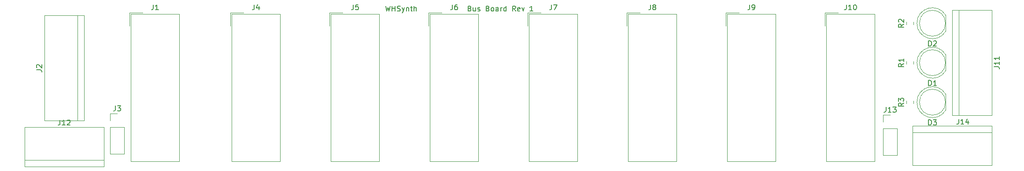
<source format=gbr>
G04 #@! TF.GenerationSoftware,KiCad,Pcbnew,(5.1.2-1)-1*
G04 #@! TF.CreationDate,2019-08-21T10:52:07-07:00*
G04 #@! TF.ProjectId,ER_Bus_Board,45525f42-7573-45f4-926f-6172642e6b69,rev?*
G04 #@! TF.SameCoordinates,Original*
G04 #@! TF.FileFunction,Legend,Top*
G04 #@! TF.FilePolarity,Positive*
%FSLAX46Y46*%
G04 Gerber Fmt 4.6, Leading zero omitted, Abs format (unit mm)*
G04 Created by KiCad (PCBNEW (5.1.2-1)-1) date 2019-08-21 10:52:07*
%MOMM*%
%LPD*%
G04 APERTURE LIST*
%ADD10C,0.150000*%
%ADD11C,0.120000*%
G04 APERTURE END LIST*
D10*
X150670000Y-64222380D02*
X150908095Y-65222380D01*
X151098571Y-64508095D01*
X151289047Y-65222380D01*
X151527142Y-64222380D01*
X151908095Y-65222380D02*
X151908095Y-64222380D01*
X151908095Y-64698571D02*
X152479523Y-64698571D01*
X152479523Y-65222380D02*
X152479523Y-64222380D01*
X152908095Y-65174761D02*
X153050952Y-65222380D01*
X153289047Y-65222380D01*
X153384285Y-65174761D01*
X153431904Y-65127142D01*
X153479523Y-65031904D01*
X153479523Y-64936666D01*
X153431904Y-64841428D01*
X153384285Y-64793809D01*
X153289047Y-64746190D01*
X153098571Y-64698571D01*
X153003333Y-64650952D01*
X152955714Y-64603333D01*
X152908095Y-64508095D01*
X152908095Y-64412857D01*
X152955714Y-64317619D01*
X153003333Y-64270000D01*
X153098571Y-64222380D01*
X153336666Y-64222380D01*
X153479523Y-64270000D01*
X153812857Y-64555714D02*
X154050952Y-65222380D01*
X154289047Y-64555714D02*
X154050952Y-65222380D01*
X153955714Y-65460476D01*
X153908095Y-65508095D01*
X153812857Y-65555714D01*
X154670000Y-64555714D02*
X154670000Y-65222380D01*
X154670000Y-64650952D02*
X154717619Y-64603333D01*
X154812857Y-64555714D01*
X154955714Y-64555714D01*
X155050952Y-64603333D01*
X155098571Y-64698571D01*
X155098571Y-65222380D01*
X155431904Y-64555714D02*
X155812857Y-64555714D01*
X155574761Y-64222380D02*
X155574761Y-65079523D01*
X155622380Y-65174761D01*
X155717619Y-65222380D01*
X155812857Y-65222380D01*
X156146190Y-65222380D02*
X156146190Y-64222380D01*
X156574761Y-65222380D02*
X156574761Y-64698571D01*
X156527142Y-64603333D01*
X156431904Y-64555714D01*
X156289047Y-64555714D01*
X156193809Y-64603333D01*
X156146190Y-64650952D01*
X166839047Y-64698571D02*
X166981904Y-64746190D01*
X167029523Y-64793809D01*
X167077142Y-64889047D01*
X167077142Y-65031904D01*
X167029523Y-65127142D01*
X166981904Y-65174761D01*
X166886666Y-65222380D01*
X166505714Y-65222380D01*
X166505714Y-64222380D01*
X166839047Y-64222380D01*
X166934285Y-64270000D01*
X166981904Y-64317619D01*
X167029523Y-64412857D01*
X167029523Y-64508095D01*
X166981904Y-64603333D01*
X166934285Y-64650952D01*
X166839047Y-64698571D01*
X166505714Y-64698571D01*
X167934285Y-64555714D02*
X167934285Y-65222380D01*
X167505714Y-64555714D02*
X167505714Y-65079523D01*
X167553333Y-65174761D01*
X167648571Y-65222380D01*
X167791428Y-65222380D01*
X167886666Y-65174761D01*
X167934285Y-65127142D01*
X168362857Y-65174761D02*
X168458095Y-65222380D01*
X168648571Y-65222380D01*
X168743809Y-65174761D01*
X168791428Y-65079523D01*
X168791428Y-65031904D01*
X168743809Y-64936666D01*
X168648571Y-64889047D01*
X168505714Y-64889047D01*
X168410476Y-64841428D01*
X168362857Y-64746190D01*
X168362857Y-64698571D01*
X168410476Y-64603333D01*
X168505714Y-64555714D01*
X168648571Y-64555714D01*
X168743809Y-64603333D01*
X170315238Y-64698571D02*
X170458095Y-64746190D01*
X170505714Y-64793809D01*
X170553333Y-64889047D01*
X170553333Y-65031904D01*
X170505714Y-65127142D01*
X170458095Y-65174761D01*
X170362857Y-65222380D01*
X169981904Y-65222380D01*
X169981904Y-64222380D01*
X170315238Y-64222380D01*
X170410476Y-64270000D01*
X170458095Y-64317619D01*
X170505714Y-64412857D01*
X170505714Y-64508095D01*
X170458095Y-64603333D01*
X170410476Y-64650952D01*
X170315238Y-64698571D01*
X169981904Y-64698571D01*
X171124761Y-65222380D02*
X171029523Y-65174761D01*
X170981904Y-65127142D01*
X170934285Y-65031904D01*
X170934285Y-64746190D01*
X170981904Y-64650952D01*
X171029523Y-64603333D01*
X171124761Y-64555714D01*
X171267619Y-64555714D01*
X171362857Y-64603333D01*
X171410476Y-64650952D01*
X171458095Y-64746190D01*
X171458095Y-65031904D01*
X171410476Y-65127142D01*
X171362857Y-65174761D01*
X171267619Y-65222380D01*
X171124761Y-65222380D01*
X172315238Y-65222380D02*
X172315238Y-64698571D01*
X172267619Y-64603333D01*
X172172380Y-64555714D01*
X171981904Y-64555714D01*
X171886666Y-64603333D01*
X172315238Y-65174761D02*
X172220000Y-65222380D01*
X171981904Y-65222380D01*
X171886666Y-65174761D01*
X171839047Y-65079523D01*
X171839047Y-64984285D01*
X171886666Y-64889047D01*
X171981904Y-64841428D01*
X172220000Y-64841428D01*
X172315238Y-64793809D01*
X172791428Y-65222380D02*
X172791428Y-64555714D01*
X172791428Y-64746190D02*
X172839047Y-64650952D01*
X172886666Y-64603333D01*
X172981904Y-64555714D01*
X173077142Y-64555714D01*
X173839047Y-65222380D02*
X173839047Y-64222380D01*
X173839047Y-65174761D02*
X173743809Y-65222380D01*
X173553333Y-65222380D01*
X173458095Y-65174761D01*
X173410476Y-65127142D01*
X173362857Y-65031904D01*
X173362857Y-64746190D01*
X173410476Y-64650952D01*
X173458095Y-64603333D01*
X173553333Y-64555714D01*
X173743809Y-64555714D01*
X173839047Y-64603333D01*
X175648571Y-65222380D02*
X175315238Y-64746190D01*
X175077142Y-65222380D02*
X175077142Y-64222380D01*
X175458095Y-64222380D01*
X175553333Y-64270000D01*
X175600952Y-64317619D01*
X175648571Y-64412857D01*
X175648571Y-64555714D01*
X175600952Y-64650952D01*
X175553333Y-64698571D01*
X175458095Y-64746190D01*
X175077142Y-64746190D01*
X176458095Y-65174761D02*
X176362857Y-65222380D01*
X176172380Y-65222380D01*
X176077142Y-65174761D01*
X176029523Y-65079523D01*
X176029523Y-64698571D01*
X176077142Y-64603333D01*
X176172380Y-64555714D01*
X176362857Y-64555714D01*
X176458095Y-64603333D01*
X176505714Y-64698571D01*
X176505714Y-64793809D01*
X176029523Y-64889047D01*
X176839047Y-64555714D02*
X177077142Y-65222380D01*
X177315238Y-64555714D01*
X178981904Y-65222380D02*
X178410476Y-65222380D01*
X178696190Y-65222380D02*
X178696190Y-64222380D01*
X178600952Y-64365238D01*
X178505714Y-64460476D01*
X178410476Y-64508095D01*
D11*
X252788000Y-75183538D02*
G75*
G03X258338000Y-76728830I2990000J-462D01*
G01*
X252788000Y-75184462D02*
G75*
G02X258338000Y-73639170I2990000J462D01*
G01*
X258278000Y-75184000D02*
G75*
G03X258278000Y-75184000I-2500000J0D01*
G01*
X258338000Y-76729000D02*
X258338000Y-73639000D01*
X252788000Y-67563538D02*
G75*
G03X258338000Y-69108830I2990000J-462D01*
G01*
X252788000Y-67564462D02*
G75*
G02X258338000Y-66019170I2990000J462D01*
G01*
X258278000Y-67564000D02*
G75*
G03X258278000Y-67564000I-2500000J0D01*
G01*
X258338000Y-69109000D02*
X258338000Y-66019000D01*
X258338000Y-84349000D02*
X258338000Y-81259000D01*
X258278000Y-82804000D02*
G75*
G03X258278000Y-82804000I-2500000J0D01*
G01*
X252788000Y-82804462D02*
G75*
G02X258338000Y-81259170I2990000J462D01*
G01*
X252788000Y-82803538D02*
G75*
G03X258338000Y-84348830I2990000J-462D01*
G01*
X101406001Y-65520000D02*
X103946001Y-65520000D01*
X101406001Y-65520000D02*
X101406001Y-68060000D01*
X101656001Y-65770000D02*
X111006001Y-65770000D01*
X101656001Y-94250000D02*
X101656001Y-65770000D01*
X111006001Y-94250000D02*
X101656001Y-94250000D01*
X111006001Y-65770000D02*
X111006001Y-94250000D01*
X92710000Y-86360000D02*
X92710000Y-66040000D01*
X85090000Y-86360000D02*
X85090000Y-66040000D01*
X91440000Y-66040000D02*
X91440000Y-86360000D01*
X92710000Y-66040000D02*
X85090000Y-66040000D01*
X85090000Y-86360000D02*
X92710000Y-86360000D01*
X97730000Y-85030000D02*
X99060000Y-85030000D01*
X97730000Y-86360000D02*
X97730000Y-85030000D01*
X97730000Y-87630000D02*
X100390000Y-87630000D01*
X100390000Y-87630000D02*
X100390000Y-92770000D01*
X97730000Y-87630000D02*
X97730000Y-92770000D01*
X97730000Y-92770000D02*
X100390000Y-92770000D01*
X130405000Y-65770000D02*
X130405000Y-94250000D01*
X130405000Y-94250000D02*
X121055000Y-94250000D01*
X121055000Y-94250000D02*
X121055000Y-65770000D01*
X121055000Y-65770000D02*
X130405000Y-65770000D01*
X120805000Y-65520000D02*
X120805000Y-68060000D01*
X120805000Y-65520000D02*
X123345000Y-65520000D01*
X139855000Y-65520000D02*
X142395000Y-65520000D01*
X139855000Y-65520000D02*
X139855000Y-68060000D01*
X140105000Y-65770000D02*
X149455000Y-65770000D01*
X140105000Y-94250000D02*
X140105000Y-65770000D01*
X149455000Y-94250000D02*
X140105000Y-94250000D01*
X149455000Y-65770000D02*
X149455000Y-94250000D01*
X168505000Y-65770000D02*
X168505000Y-94250000D01*
X168505000Y-94250000D02*
X159155000Y-94250000D01*
X159155000Y-94250000D02*
X159155000Y-65770000D01*
X159155000Y-65770000D02*
X168505000Y-65770000D01*
X158905000Y-65520000D02*
X158905000Y-68060000D01*
X158905000Y-65520000D02*
X161445000Y-65520000D01*
X177955000Y-65520000D02*
X180495000Y-65520000D01*
X177955000Y-65520000D02*
X177955000Y-68060000D01*
X178205000Y-65770000D02*
X187555000Y-65770000D01*
X178205000Y-94250000D02*
X178205000Y-65770000D01*
X187555000Y-94250000D02*
X178205000Y-94250000D01*
X187555000Y-65770000D02*
X187555000Y-94250000D01*
X206605000Y-65770000D02*
X206605000Y-94250000D01*
X206605000Y-94250000D02*
X197255000Y-94250000D01*
X197255000Y-94250000D02*
X197255000Y-65770000D01*
X197255000Y-65770000D02*
X206605000Y-65770000D01*
X197005000Y-65520000D02*
X197005000Y-68060000D01*
X197005000Y-65520000D02*
X199545000Y-65520000D01*
X216055000Y-65520000D02*
X218595000Y-65520000D01*
X216055000Y-65520000D02*
X216055000Y-68060000D01*
X216305000Y-65770000D02*
X225655000Y-65770000D01*
X216305000Y-94250000D02*
X216305000Y-65770000D01*
X225655000Y-94250000D02*
X216305000Y-94250000D01*
X225655000Y-65770000D02*
X225655000Y-94250000D01*
X244705000Y-65770000D02*
X244705000Y-94250000D01*
X244705000Y-94250000D02*
X235355000Y-94250000D01*
X235355000Y-94250000D02*
X235355000Y-65770000D01*
X235355000Y-65770000D02*
X244705000Y-65770000D01*
X235105000Y-65520000D02*
X235105000Y-68060000D01*
X235105000Y-65520000D02*
X237645000Y-65520000D01*
X267208000Y-65024000D02*
X259588000Y-65024000D01*
X259588000Y-85344000D02*
X267208000Y-85344000D01*
X260858000Y-85344000D02*
X260858000Y-65024000D01*
X267208000Y-65024000D02*
X267208000Y-85344000D01*
X259588000Y-65024000D02*
X259588000Y-85344000D01*
X81280000Y-95250000D02*
X96520000Y-95250000D01*
X81280000Y-87630000D02*
X96520000Y-87630000D01*
X81280000Y-93980000D02*
X96520000Y-93980000D01*
X96520000Y-95250000D02*
X96520000Y-87630000D01*
X81280000Y-95250000D02*
X81280000Y-87630000D01*
X246320000Y-93024000D02*
X248980000Y-93024000D01*
X246320000Y-87884000D02*
X246320000Y-93024000D01*
X248980000Y-87884000D02*
X248980000Y-93024000D01*
X246320000Y-87884000D02*
X248980000Y-87884000D01*
X246320000Y-86614000D02*
X246320000Y-85284000D01*
X246320000Y-85284000D02*
X247650000Y-85284000D01*
X267208000Y-87376000D02*
X267208000Y-94996000D01*
X251968000Y-87376000D02*
X251968000Y-94996000D01*
X267208000Y-88646000D02*
X251968000Y-88646000D01*
X267208000Y-94996000D02*
X251968000Y-94996000D01*
X267208000Y-87376000D02*
X251968000Y-87376000D01*
X252170000Y-75442578D02*
X252170000Y-74925422D01*
X250750000Y-75442578D02*
X250750000Y-74925422D01*
X250750000Y-67822578D02*
X250750000Y-67305422D01*
X252170000Y-67822578D02*
X252170000Y-67305422D01*
X250750000Y-83062578D02*
X250750000Y-82545422D01*
X252170000Y-83062578D02*
X252170000Y-82545422D01*
D10*
X255039904Y-79596380D02*
X255039904Y-78596380D01*
X255278000Y-78596380D01*
X255420857Y-78644000D01*
X255516095Y-78739238D01*
X255563714Y-78834476D01*
X255611333Y-79024952D01*
X255611333Y-79167809D01*
X255563714Y-79358285D01*
X255516095Y-79453523D01*
X255420857Y-79548761D01*
X255278000Y-79596380D01*
X255039904Y-79596380D01*
X256563714Y-79596380D02*
X255992285Y-79596380D01*
X256278000Y-79596380D02*
X256278000Y-78596380D01*
X256182761Y-78739238D01*
X256087523Y-78834476D01*
X255992285Y-78882095D01*
X255039904Y-71976380D02*
X255039904Y-70976380D01*
X255278000Y-70976380D01*
X255420857Y-71024000D01*
X255516095Y-71119238D01*
X255563714Y-71214476D01*
X255611333Y-71404952D01*
X255611333Y-71547809D01*
X255563714Y-71738285D01*
X255516095Y-71833523D01*
X255420857Y-71928761D01*
X255278000Y-71976380D01*
X255039904Y-71976380D01*
X255992285Y-71071619D02*
X256039904Y-71024000D01*
X256135142Y-70976380D01*
X256373238Y-70976380D01*
X256468476Y-71024000D01*
X256516095Y-71071619D01*
X256563714Y-71166857D01*
X256563714Y-71262095D01*
X256516095Y-71404952D01*
X255944666Y-71976380D01*
X256563714Y-71976380D01*
X255039904Y-87216380D02*
X255039904Y-86216380D01*
X255278000Y-86216380D01*
X255420857Y-86264000D01*
X255516095Y-86359238D01*
X255563714Y-86454476D01*
X255611333Y-86644952D01*
X255611333Y-86787809D01*
X255563714Y-86978285D01*
X255516095Y-87073523D01*
X255420857Y-87168761D01*
X255278000Y-87216380D01*
X255039904Y-87216380D01*
X255944666Y-86216380D02*
X256563714Y-86216380D01*
X256230380Y-86597333D01*
X256373238Y-86597333D01*
X256468476Y-86644952D01*
X256516095Y-86692571D01*
X256563714Y-86787809D01*
X256563714Y-87025904D01*
X256516095Y-87121142D01*
X256468476Y-87168761D01*
X256373238Y-87216380D01*
X256087523Y-87216380D01*
X255992285Y-87168761D01*
X255944666Y-87121142D01*
X105997667Y-63968380D02*
X105997667Y-64682666D01*
X105950048Y-64825523D01*
X105854810Y-64920761D01*
X105711953Y-64968380D01*
X105616715Y-64968380D01*
X106997667Y-64968380D02*
X106426239Y-64968380D01*
X106711953Y-64968380D02*
X106711953Y-63968380D01*
X106616715Y-64111238D01*
X106521477Y-64206476D01*
X106426239Y-64254095D01*
X83552380Y-76553333D02*
X84266666Y-76553333D01*
X84409523Y-76600952D01*
X84504761Y-76696190D01*
X84552380Y-76839047D01*
X84552380Y-76934285D01*
X83647619Y-76124761D02*
X83600000Y-76077142D01*
X83552380Y-75981904D01*
X83552380Y-75743809D01*
X83600000Y-75648571D01*
X83647619Y-75600952D01*
X83742857Y-75553333D01*
X83838095Y-75553333D01*
X83980952Y-75600952D01*
X84552380Y-76172380D01*
X84552380Y-75553333D01*
X98726666Y-83482380D02*
X98726666Y-84196666D01*
X98679047Y-84339523D01*
X98583809Y-84434761D01*
X98440952Y-84482380D01*
X98345714Y-84482380D01*
X99107619Y-83482380D02*
X99726666Y-83482380D01*
X99393333Y-83863333D01*
X99536190Y-83863333D01*
X99631428Y-83910952D01*
X99679047Y-83958571D01*
X99726666Y-84053809D01*
X99726666Y-84291904D01*
X99679047Y-84387142D01*
X99631428Y-84434761D01*
X99536190Y-84482380D01*
X99250476Y-84482380D01*
X99155238Y-84434761D01*
X99107619Y-84387142D01*
X125396666Y-63968380D02*
X125396666Y-64682666D01*
X125349047Y-64825523D01*
X125253809Y-64920761D01*
X125110952Y-64968380D01*
X125015714Y-64968380D01*
X126301428Y-64301714D02*
X126301428Y-64968380D01*
X126063333Y-63920761D02*
X125825238Y-64635047D01*
X126444285Y-64635047D01*
X144446666Y-63968380D02*
X144446666Y-64682666D01*
X144399047Y-64825523D01*
X144303809Y-64920761D01*
X144160952Y-64968380D01*
X144065714Y-64968380D01*
X145399047Y-63968380D02*
X144922857Y-63968380D01*
X144875238Y-64444571D01*
X144922857Y-64396952D01*
X145018095Y-64349333D01*
X145256190Y-64349333D01*
X145351428Y-64396952D01*
X145399047Y-64444571D01*
X145446666Y-64539809D01*
X145446666Y-64777904D01*
X145399047Y-64873142D01*
X145351428Y-64920761D01*
X145256190Y-64968380D01*
X145018095Y-64968380D01*
X144922857Y-64920761D01*
X144875238Y-64873142D01*
X163496666Y-63968380D02*
X163496666Y-64682666D01*
X163449047Y-64825523D01*
X163353809Y-64920761D01*
X163210952Y-64968380D01*
X163115714Y-64968380D01*
X164401428Y-63968380D02*
X164210952Y-63968380D01*
X164115714Y-64016000D01*
X164068095Y-64063619D01*
X163972857Y-64206476D01*
X163925238Y-64396952D01*
X163925238Y-64777904D01*
X163972857Y-64873142D01*
X164020476Y-64920761D01*
X164115714Y-64968380D01*
X164306190Y-64968380D01*
X164401428Y-64920761D01*
X164449047Y-64873142D01*
X164496666Y-64777904D01*
X164496666Y-64539809D01*
X164449047Y-64444571D01*
X164401428Y-64396952D01*
X164306190Y-64349333D01*
X164115714Y-64349333D01*
X164020476Y-64396952D01*
X163972857Y-64444571D01*
X163925238Y-64539809D01*
X182546666Y-63968380D02*
X182546666Y-64682666D01*
X182499047Y-64825523D01*
X182403809Y-64920761D01*
X182260952Y-64968380D01*
X182165714Y-64968380D01*
X182927619Y-63968380D02*
X183594285Y-63968380D01*
X183165714Y-64968380D01*
X201596666Y-63968380D02*
X201596666Y-64682666D01*
X201549047Y-64825523D01*
X201453809Y-64920761D01*
X201310952Y-64968380D01*
X201215714Y-64968380D01*
X202215714Y-64396952D02*
X202120476Y-64349333D01*
X202072857Y-64301714D01*
X202025238Y-64206476D01*
X202025238Y-64158857D01*
X202072857Y-64063619D01*
X202120476Y-64016000D01*
X202215714Y-63968380D01*
X202406190Y-63968380D01*
X202501428Y-64016000D01*
X202549047Y-64063619D01*
X202596666Y-64158857D01*
X202596666Y-64206476D01*
X202549047Y-64301714D01*
X202501428Y-64349333D01*
X202406190Y-64396952D01*
X202215714Y-64396952D01*
X202120476Y-64444571D01*
X202072857Y-64492190D01*
X202025238Y-64587428D01*
X202025238Y-64777904D01*
X202072857Y-64873142D01*
X202120476Y-64920761D01*
X202215714Y-64968380D01*
X202406190Y-64968380D01*
X202501428Y-64920761D01*
X202549047Y-64873142D01*
X202596666Y-64777904D01*
X202596666Y-64587428D01*
X202549047Y-64492190D01*
X202501428Y-64444571D01*
X202406190Y-64396952D01*
X220646666Y-63968380D02*
X220646666Y-64682666D01*
X220599047Y-64825523D01*
X220503809Y-64920761D01*
X220360952Y-64968380D01*
X220265714Y-64968380D01*
X221170476Y-64968380D02*
X221360952Y-64968380D01*
X221456190Y-64920761D01*
X221503809Y-64873142D01*
X221599047Y-64730285D01*
X221646666Y-64539809D01*
X221646666Y-64158857D01*
X221599047Y-64063619D01*
X221551428Y-64016000D01*
X221456190Y-63968380D01*
X221265714Y-63968380D01*
X221170476Y-64016000D01*
X221122857Y-64063619D01*
X221075238Y-64158857D01*
X221075238Y-64396952D01*
X221122857Y-64492190D01*
X221170476Y-64539809D01*
X221265714Y-64587428D01*
X221456190Y-64587428D01*
X221551428Y-64539809D01*
X221599047Y-64492190D01*
X221646666Y-64396952D01*
X239220476Y-63968380D02*
X239220476Y-64682666D01*
X239172857Y-64825523D01*
X239077619Y-64920761D01*
X238934761Y-64968380D01*
X238839523Y-64968380D01*
X240220476Y-64968380D02*
X239649047Y-64968380D01*
X239934761Y-64968380D02*
X239934761Y-63968380D01*
X239839523Y-64111238D01*
X239744285Y-64206476D01*
X239649047Y-64254095D01*
X240839523Y-63968380D02*
X240934761Y-63968380D01*
X241030000Y-64016000D01*
X241077619Y-64063619D01*
X241125238Y-64158857D01*
X241172857Y-64349333D01*
X241172857Y-64587428D01*
X241125238Y-64777904D01*
X241077619Y-64873142D01*
X241030000Y-64920761D01*
X240934761Y-64968380D01*
X240839523Y-64968380D01*
X240744285Y-64920761D01*
X240696666Y-64873142D01*
X240649047Y-64777904D01*
X240601428Y-64587428D01*
X240601428Y-64349333D01*
X240649047Y-64158857D01*
X240696666Y-64063619D01*
X240744285Y-64016000D01*
X240839523Y-63968380D01*
X267650380Y-75973523D02*
X268364666Y-75973523D01*
X268507523Y-76021142D01*
X268602761Y-76116380D01*
X268650380Y-76259238D01*
X268650380Y-76354476D01*
X268650380Y-74973523D02*
X268650380Y-75544952D01*
X268650380Y-75259238D02*
X267650380Y-75259238D01*
X267793238Y-75354476D01*
X267888476Y-75449714D01*
X267936095Y-75544952D01*
X268650380Y-74021142D02*
X268650380Y-74592571D01*
X268650380Y-74306857D02*
X267650380Y-74306857D01*
X267793238Y-74402095D01*
X267888476Y-74497333D01*
X267936095Y-74592571D01*
X88060476Y-86242380D02*
X88060476Y-86956666D01*
X88012857Y-87099523D01*
X87917619Y-87194761D01*
X87774761Y-87242380D01*
X87679523Y-87242380D01*
X89060476Y-87242380D02*
X88489047Y-87242380D01*
X88774761Y-87242380D02*
X88774761Y-86242380D01*
X88679523Y-86385238D01*
X88584285Y-86480476D01*
X88489047Y-86528095D01*
X89441428Y-86337619D02*
X89489047Y-86290000D01*
X89584285Y-86242380D01*
X89822380Y-86242380D01*
X89917619Y-86290000D01*
X89965238Y-86337619D01*
X90012857Y-86432857D01*
X90012857Y-86528095D01*
X89965238Y-86670952D01*
X89393809Y-87242380D01*
X90012857Y-87242380D01*
X246840476Y-83736380D02*
X246840476Y-84450666D01*
X246792857Y-84593523D01*
X246697619Y-84688761D01*
X246554761Y-84736380D01*
X246459523Y-84736380D01*
X247840476Y-84736380D02*
X247269047Y-84736380D01*
X247554761Y-84736380D02*
X247554761Y-83736380D01*
X247459523Y-83879238D01*
X247364285Y-83974476D01*
X247269047Y-84022095D01*
X248173809Y-83736380D02*
X248792857Y-83736380D01*
X248459523Y-84117333D01*
X248602380Y-84117333D01*
X248697619Y-84164952D01*
X248745238Y-84212571D01*
X248792857Y-84307809D01*
X248792857Y-84545904D01*
X248745238Y-84641142D01*
X248697619Y-84688761D01*
X248602380Y-84736380D01*
X248316666Y-84736380D01*
X248221428Y-84688761D01*
X248173809Y-84641142D01*
X260810476Y-86066380D02*
X260810476Y-86780666D01*
X260762857Y-86923523D01*
X260667619Y-87018761D01*
X260524761Y-87066380D01*
X260429523Y-87066380D01*
X261810476Y-87066380D02*
X261239047Y-87066380D01*
X261524761Y-87066380D02*
X261524761Y-86066380D01*
X261429523Y-86209238D01*
X261334285Y-86304476D01*
X261239047Y-86352095D01*
X262667619Y-86399714D02*
X262667619Y-87066380D01*
X262429523Y-86018761D02*
X262191428Y-86733047D01*
X262810476Y-86733047D01*
X250262380Y-75350666D02*
X249786190Y-75684000D01*
X250262380Y-75922095D02*
X249262380Y-75922095D01*
X249262380Y-75541142D01*
X249310000Y-75445904D01*
X249357619Y-75398285D01*
X249452857Y-75350666D01*
X249595714Y-75350666D01*
X249690952Y-75398285D01*
X249738571Y-75445904D01*
X249786190Y-75541142D01*
X249786190Y-75922095D01*
X250262380Y-74398285D02*
X250262380Y-74969714D01*
X250262380Y-74684000D02*
X249262380Y-74684000D01*
X249405238Y-74779238D01*
X249500476Y-74874476D01*
X249548095Y-74969714D01*
X250262380Y-67730666D02*
X249786190Y-68064000D01*
X250262380Y-68302095D02*
X249262380Y-68302095D01*
X249262380Y-67921142D01*
X249310000Y-67825904D01*
X249357619Y-67778285D01*
X249452857Y-67730666D01*
X249595714Y-67730666D01*
X249690952Y-67778285D01*
X249738571Y-67825904D01*
X249786190Y-67921142D01*
X249786190Y-68302095D01*
X249357619Y-67349714D02*
X249310000Y-67302095D01*
X249262380Y-67206857D01*
X249262380Y-66968761D01*
X249310000Y-66873523D01*
X249357619Y-66825904D01*
X249452857Y-66778285D01*
X249548095Y-66778285D01*
X249690952Y-66825904D01*
X250262380Y-67397333D01*
X250262380Y-66778285D01*
X250262380Y-82970666D02*
X249786190Y-83304000D01*
X250262380Y-83542095D02*
X249262380Y-83542095D01*
X249262380Y-83161142D01*
X249310000Y-83065904D01*
X249357619Y-83018285D01*
X249452857Y-82970666D01*
X249595714Y-82970666D01*
X249690952Y-83018285D01*
X249738571Y-83065904D01*
X249786190Y-83161142D01*
X249786190Y-83542095D01*
X249262380Y-82637333D02*
X249262380Y-82018285D01*
X249643333Y-82351619D01*
X249643333Y-82208761D01*
X249690952Y-82113523D01*
X249738571Y-82065904D01*
X249833809Y-82018285D01*
X250071904Y-82018285D01*
X250167142Y-82065904D01*
X250214761Y-82113523D01*
X250262380Y-82208761D01*
X250262380Y-82494476D01*
X250214761Y-82589714D01*
X250167142Y-82637333D01*
M02*

</source>
